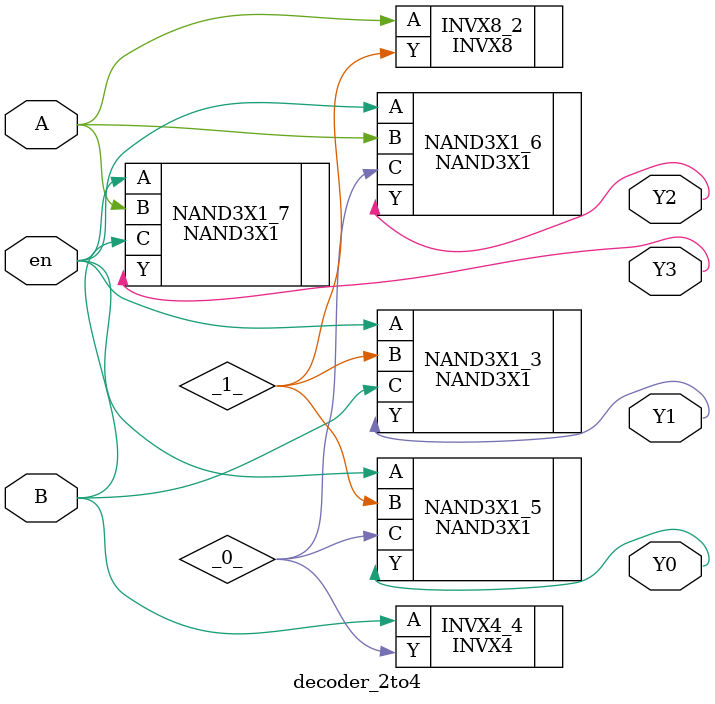
<source format=v>
module decoder_2to4(Y3, Y2, Y1, Y0, A, B, en);
  input A;
  input B;
  output Y0;
  output Y1;
  output Y2;
  output Y3;
  input en;

INVX8 INVX8_2 (.A(A),.Y(_1_));
NAND3X1 NAND3X1_3 (.A(en),.B(_1_),.C(B),.Y(Y1));
INVX4 INVX4_4 (.A(B),.Y(_0_));
NAND3X1 NAND3X1_5 (.A(en),.B(_1_),.C(_0_),.Y(Y0));
NAND3X1 NAND3X1_6 (.A(en),.B(A),.C(_0_),.Y(Y2));
NAND3X1 NAND3X1_7 (.A(en),.B(A),.C(B),.Y(Y3));

endmodule

</source>
